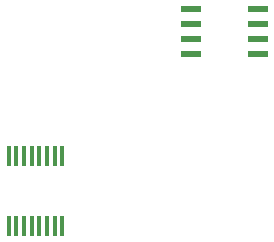
<source format=gtp>
%TF.GenerationSoftware,KiCad,Pcbnew,8.0.3*%
%TF.CreationDate,2025-02-15T10:37:39+01:00*%
%TF.ProjectId,pcb_v0,7063625f-7630-42e6-9b69-6361645f7063,rev?*%
%TF.SameCoordinates,Original*%
%TF.FileFunction,Paste,Top*%
%TF.FilePolarity,Positive*%
%FSLAX46Y46*%
G04 Gerber Fmt 4.6, Leading zero omitted, Abs format (unit mm)*
G04 Created by KiCad (PCBNEW 8.0.3) date 2025-02-15 10:37:39*
%MOMM*%
%LPD*%
G01*
G04 APERTURE LIST*
%ADD10R,0.355600X1.778000*%
%ADD11R,1.663700X0.558800*%
G04 APERTURE END LIST*
D10*
%TO.C,U1*%
X229577567Y-90916958D03*
X228927569Y-90916958D03*
X228277567Y-90916958D03*
X227627569Y-90916958D03*
X226977570Y-90916958D03*
X226327569Y-90916958D03*
X225677570Y-90916958D03*
X225027569Y-90916958D03*
X225027569Y-96860558D03*
X225677567Y-96860558D03*
X226327569Y-96860558D03*
X226977567Y-96860558D03*
X227627566Y-96860558D03*
X228277567Y-96860558D03*
X228927566Y-96860558D03*
X229577567Y-96860558D03*
%TD*%
D11*
%TO.C,C7*%
X246111500Y-82310000D03*
X246111500Y-81040000D03*
X246111500Y-79770000D03*
X246111500Y-78500000D03*
X240460000Y-78500000D03*
X240460000Y-79770000D03*
X240460000Y-81040000D03*
X240460000Y-82310000D03*
%TD*%
M02*

</source>
